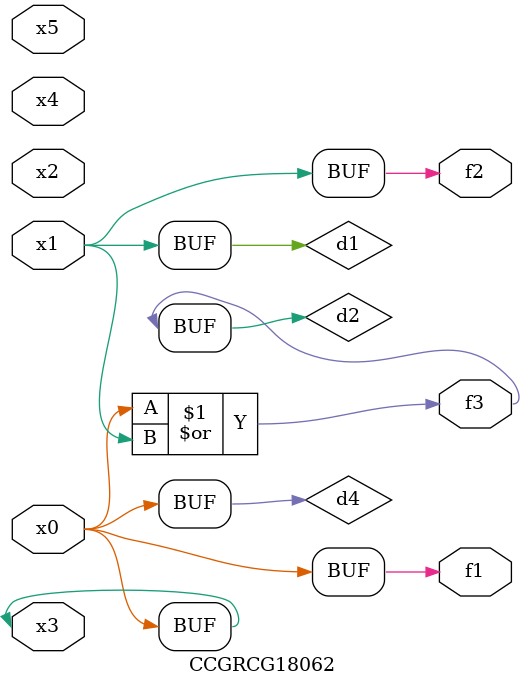
<source format=v>
module CCGRCG18062(
	input x0, x1, x2, x3, x4, x5,
	output f1, f2, f3
);

	wire d1, d2, d3, d4;

	and (d1, x1);
	or (d2, x0, x1);
	nand (d3, x0, x5);
	buf (d4, x0, x3);
	assign f1 = d4;
	assign f2 = d1;
	assign f3 = d2;
endmodule

</source>
